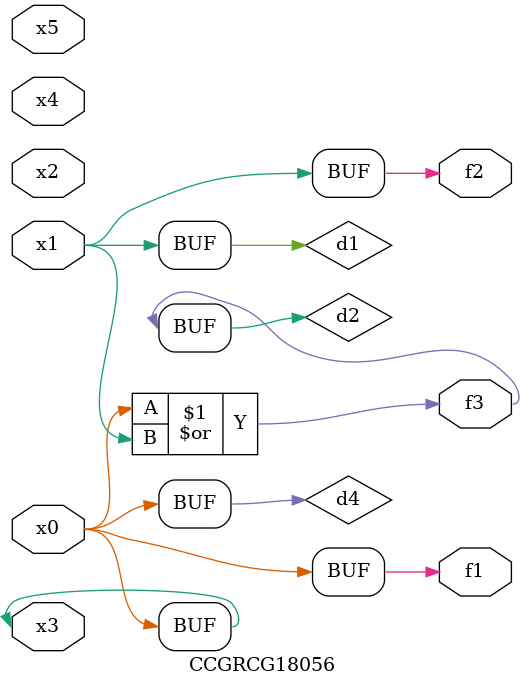
<source format=v>
module CCGRCG18056(
	input x0, x1, x2, x3, x4, x5,
	output f1, f2, f3
);

	wire d1, d2, d3, d4;

	and (d1, x1);
	or (d2, x0, x1);
	nand (d3, x0, x5);
	buf (d4, x0, x3);
	assign f1 = d4;
	assign f2 = d1;
	assign f3 = d2;
endmodule

</source>
